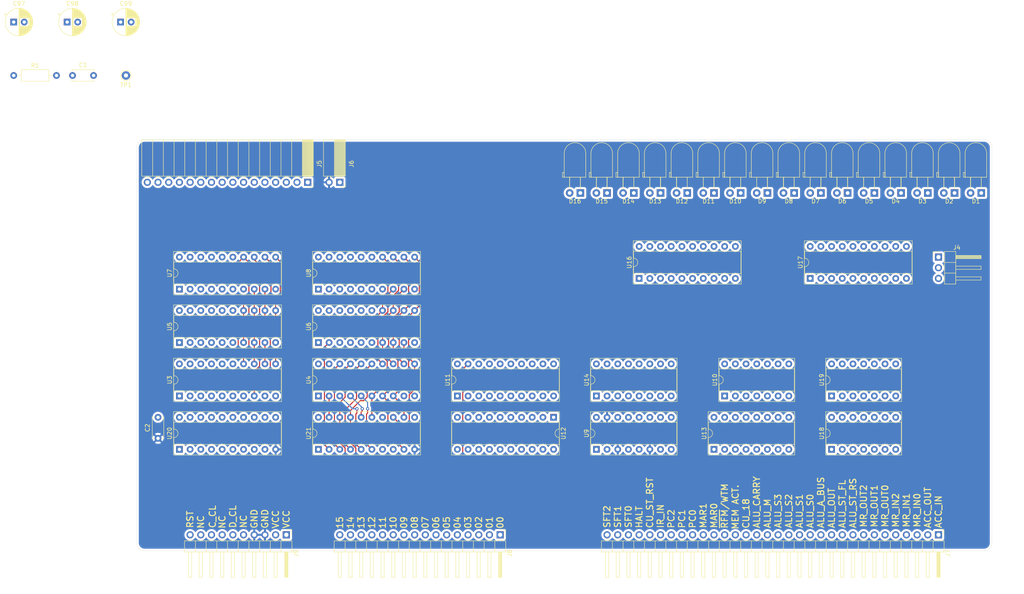
<source format=kicad_pcb>
(kicad_pcb (version 20221018) (generator pcbnew)
  (layers (0 "F.Cu" signal) (31 "B.Cu" signal) (34 "B.Paste" user) (35 "F.Paste" user) (36 "B.SilkS" user "B.Silkscreen") (37 "F.SilkS" user "F.Silkscreen") (38 "B.Mask" user) (39 "F.Mask" user) (44 "Edge.Cuts" user))
  (net 0 "")
  (net 1 "VCC")
  (net 2 "GND")
  (net 63 "/LEFT_LSB")
  (net 65 "/RIGHT_MSB")
  (net 66 "/~{EITHER_ROTATE}")
  (net 71 "/~{ROT_RIGHT_OUT}")
  (net 72 "/~{ROT_LEFT_OUT}")
  (net 78 "/~{POPPED_BIT_OUT}")
  (net 79 "/~{SHIFT_RIGHT_OUT}")
  (net 80 "/~{SHIFT_LEFT_OUT}")
  (net 81 "/~{STRAIGHT_OUT}")
  (net 82 "/~{IN}")
  (net 87 "/~{EITHER_LEFT}")
  (net 88 "/~{EITHER_RIGHT}")
  (net 89 "/~{EITHER_LEFT_OR_EITHER_RIGHT}")
  (net 90 "Net-(U11-Cp)")
  (net 93 "/POPPED_BIT")
  (net 94 "/DATA_CLK")
  (net 95 "Net-(U18-Pad2)")
  (net 96 "Net-(U18-Pad12)")
  (net 97 "Net-(U18-Pad13)")
  (net 98 "Net-(U18-Pad10)")
  (net 99 "Net-(U20-CP)")
  (net 208 "/BUS_15")
  (net 209 "/BUS_14")
  (net 210 "/BUS_13")
  (net 211 "/BUS_12")
  (net 212 "/BUS_11")
  (net 213 "/BUS_10")
  (net 214 "/BUS_9")
  (net 215 "/BUS_8")
  (net 216 "/BUS_7")
  (net 217 "/BUS_6")
  (net 218 "/BUS_5")
  (net 219 "/BUS_4")
  (net 220 "/BUS_3")
  (net 221 "/BUS_2")
  (net 222 "/BUS_1")
  (net 223 "/BUS_0")
  (net 224 "/CNTNT_7")
  (net 225 "/CNTNT_6")
  (net 226 "/CNTNT_5")
  (net 227 "/CNTNT_4")
  (net 228 "/CNTNT_3")
  (net 229 "/CNTNT_2")
  (net 230 "/CNTNT_1")
  (net 231 "/CNTNT_0")
  (net 232 "/CNTNT_15")
  (net 233 "/CNTNT_14")
  (net 234 "/CNTNT_13")
  (net 235 "/CNTNT_12")
  (net 236 "/CNTNT_11")
  (net 237 "/CNTNT_10")
  (net 238 "/CNTNT_9")
  (net 239 "/CNTNT_8")
  (footprint "Package_DIP:DIP-20_W7.62mm_Socket" (layer "F.Cu") (at 149.86 116.84 -90)
    (fp_text reference "U12")
    (fp_text value "74HC574")
  )
  (footprint "sixteen-bit-computer:LED_D5.0mm_Horizontal_O3.81mm_Z3.0mm" (layer "F.Cu") (at 175.26 63.5 180)
    (fp_text reference "D13")
    (fp_text value "LED")
  )
  (footprint "sixteen-bit-computer:LED_D5.0mm_Horizontal_O3.81mm_Z3.0mm" (layer "F.Cu") (at 219.71 63.5 180)
    (fp_text reference "D6")
    (fp_text value "LED")
  )
  (footprint "Capacitor_THT:C_Disc_D5.0mm_W2.5mm_P5.00mm" (layer "F.Cu") (at 35.56 35.56)
    (fp_text reference "C1")
    (fp_text value "C")
  )
  (footprint "sixteen-bit-computer:LED_D5.0mm_Horizontal_O3.81mm_Z3.0mm" (layer "F.Cu") (at 245.11 63.5 180)
    (fp_text reference "D2")
    (fp_text value "LED")
  )
  (footprint "Capacitor_THT:C_Disc_D5.0mm_W2.5mm_P5.00mm" (layer "F.Cu") (at 55.88 121.84 90)
    (fp_text reference "C2")
    (fp_text value "C")
  )
  (footprint "sixteen-bit-computer:backplane-connector-single-row-annotated" (layer "F.Cu") (at 241.3 144.78 -90)
    (fp_text reference "J7")
    (fp_text value "Control_signal_backplane")
  )
  (footprint "Package_DIP:DIP-20_W7.62mm_Socket" (layer "F.Cu") (at 127 111.76 90)
    (fp_text reference "U11")
    (fp_text value "74HC574")
  )
  (footprint "Package_DIP:DIP-20_W7.62mm_Socket" (layer "F.Cu") (at 93.98 124.46 90)
    (fp_text reference "U21")
    (fp_text value "74HC377")
  )
  (footprint "sixteen-bit-computer:LED_D5.0mm_Horizontal_O3.81mm_Z3.0mm" (layer "F.Cu") (at 168.91 63.5 180)
    (fp_text reference "D14")
    (fp_text value "LED")
  )
  (footprint "Resistor_THT:R_Axial_DIN0207_L6.3mm_D2.5mm_P10.16mm_Horizontal" (layer "F.Cu") (at 21.59 35.56)
    (fp_text reference "R1")
    (fp_text value "R_US")
  )
  (footprint "sixteen-bit-computer:LED_D5.0mm_Horizontal_O3.81mm_Z3.0mm" (layer "F.Cu") (at 213.36 63.5 180)
    (fp_text reference "D7")
    (fp_text value "LED")
  )
  (footprint "sixteen-bit-computer:LED_D5.0mm_Horizontal_O3.81mm_Z3.0mm" (layer "F.Cu") (at 238.76 63.5 180)
    (fp_text reference "D3")
    (fp_text value "LED")
  )
  (footprint "Capacitor_THT:CP_Radial_D6.3mm_P2.50mm" (layer "F.Cu") (at 21.59 22.86)
    (fp_text reference "C97")
    (fp_text value "C_Polarized")
  )
  (footprint "Connector_PinSocket_2.54mm:PinSocket_1x02_P2.54mm_Horizontal" (layer "F.Cu") (at 99.06 60.96 -90)
    (fp_text reference "J6")
    (fp_text value "Conn_01x02_Socket")
  )
  (footprint "Package_DIP:DIP-16_W7.62mm_Socket" (layer "F.Cu") (at 160.02 124.46 90)
    (fp_text reference "U9")
    (fp_text value "74HC157")
  )
  (footprint "Package_DIP:DIP-20_W7.62mm_Socket" (layer "F.Cu") (at 93.98 111.76 90)
    (fp_text reference "U4")
    (fp_text value "74HC245")
  )
  (footprint "Package_DIP:DIP-14_W7.62mm_Socket" (layer "F.Cu") (at 215.9 111.76 90)
    (fp_text reference "U19")
    (fp_text value "74HC00")
  )
  (footprint "sixteen-bit-computer:LED_D5.0mm_Horizontal_O3.81mm_Z3.0mm" (layer "F.Cu") (at 194.31 63.5 180)
    (fp_text reference "D10")
    (fp_text value "LED")
  )
  (footprint "sixteen-bit-computer:LED_D5.0mm_Horizontal_O3.81mm_Z3.0mm" (layer "F.Cu") (at 226.06 63.5 180)
    (fp_text reference "D5")
    (fp_text value "LED")
  )
  (footprint "sixteen-bit-computer:LED_D5.0mm_Horizontal_O3.81mm_Z3.0mm" (layer "F.Cu") (at 207.01 63.5 180)
    (fp_text reference "D8")
    (fp_text value "LED")
  )
  (footprint "Connector_PinHeader_2.54mm:PinHeader_1x03_P2.54mm_Horizontal" (layer "F.Cu") (at 241.3 78.74)
    (fp_text reference "J4")
    (fp_text value "Conn_01x03_Pin")
  )
  (footprint "sixteen-bit-computer:LED_D5.0mm_Horizontal_O3.81mm_Z3.0mm" (layer "F.Cu") (at 162.56 63.5 180)
    (fp_text reference "D15")
    (fp_text value "LED")
  )
  (footprint "Package_DIP:DIP-20_W7.62mm_Socket" (layer "F.Cu") (at 210.82 83.82 90)
    (fp_text reference "U17")
    (fp_text value "74HC245")
  )
  (footprint "sixteen-bit-computer:LED_D5.0mm_Horizontal_O3.81mm_Z3.0mm" (layer "F.Cu") (at 232.41 63.5 180)
    (fp_text reference "D4")
    (fp_text value "LED")
  )
  (footprint "Capacitor_THT:CP_Radial_D6.3mm_P2.50mm" (layer "F.Cu") (at 34.29 22.86)
    (fp_text reference "C98")
    (fp_text value "C_Polarized")
  )
  (footprint "sixteen-bit-computer:LED_D5.0mm_Horizontal_O3.81mm_Z3.0mm" (layer "F.Cu") (at 251.46 63.5 180)
    (fp_text reference "D1")
    (fp_text value "LED")
  )
  (footprint "Package_DIP:DIP-16_W7.62mm_Socket" (layer "F.Cu") (at 160.02 111.76 90)
    (fp_text reference "U14")
    (fp_text value "74HC157")
  )
  (footprint "Package_DIP:DIP-14_W7.62mm_Socket" (layer "F.Cu") (at 190.5 111.76 90)
    (fp_text reference "U10")
    (fp_text value "74HC08")
  )
  (footprint "Connector_PinSocket_2.54mm:PinSocket_1x16_P2.54mm_Horizontal" (layer "F.Cu") (at 91.44 60.96 -90)
    (fp_text reference "J5")
    (fp_text value "Conn_01x16_Socket")
  )
  (footprint "Package_DIP:DIP-20_W7.62mm_Socket" (layer "F.Cu") (at 170.18 83.82 90)
    (fp_text reference "U16")
    (fp_text value "74HC245")
  )
  (footprint "Package_DIP:DIP-20_W7.62mm_Socket" (layer "F.Cu") (at 60.96 99.06 90)
    (fp_text reference "U5")
    (fp_text value "74HC245")
  )
  (footprint "Capacitor_THT:CP_Radial_D6.3mm_P2.50mm" (layer "F.Cu") (at 46.99 22.86)
    (fp_text reference "C99")
    (fp_text value "C_Polarized")
  )
  (footprint "sixteen-bit-computer:LED_D5.0mm_Horizontal_O3.81mm_Z3.0mm" (layer "F.Cu") (at 200.66 63.5 180)
    (fp_text reference "D9")
    (fp_text value "LED")
  )
  (footprint "Connector_Pin:Pin_D1.0mm_L10.0mm" (layer "F.Cu") (at 48.26 35.56)
    (fp_text reference "TP1")
    (fp_text value "TestPoint")
  )
  (footprint "Package_DIP:DIP-20_W7.62mm_Socket" (layer "F.Cu") (at 60.96 124.46 90)
    (fp_text reference "U20")
    (fp_text value "74HC377")
  )
  (footprint "Package_DIP:DIP-20_W7.62mm_Socket" (layer "F.Cu") (at 93.98 99.06 90)
    (fp_text reference "U6")
    (fp_text value "74HC245")
  )
  (footprint "sixteen-bit-computer:bus-connection" (layer "F.Cu") (at 137.16 144.78 -90)
    (fp_text reference "J8")
    (fp_text value "Bus_connection")
  )
  (footprint "sixteen-bit-computer:LED_D5.0mm_Horizontal_O3.81mm_Z3.0mm" (layer "F.Cu") (at 187.96 63.5 180)
    (fp_text reference "D11")
    (fp_text value "LED")
  )
  (footprint "Package_DIP:DIP-14_W7.62mm_Socket" (layer "F.Cu") (at 215.9 124.46 90)
    (fp_text reference "U18")
    (fp_text value "74HC02")
  )
  (footprint "Package_DIP:DIP-16_W7.62mm_Socket" (layer "F.Cu") (at 187.96 124.46 90)
    (fp_text reference "U13")
    (fp_text value "74HC138")
  )
  (footprint "sixteen-bit-computer:LED_D5.0mm_Horizontal_O3.81mm_Z3.0mm" (layer "F.Cu") (at 156.21 63.5 180)
    (fp_text reference "D16")
    (fp_text value "LED")
  )
  (footprint "Package_DIP:DIP-20_W7.62mm_Socket" (layer "F.Cu") (at 60.96 111.76 90)
    (fp_text reference "U3")
    (fp_text value "74HC245")
  )
  (footprint "sixteen-bit-computer:aux-connection" (layer "F.Cu") (at 86.36 144.78 -90)
    (fp_text reference "J9")
    (fp_text value "Aux_connection")
  )
  (footprint "sixteen-bit-computer:LED_D5.0mm_Horizontal_O3.81mm_Z3.0mm" (layer "F.Cu") (at 181.61 63.5 180)
    (fp_text reference "D12")
    (fp_text value "LED")
  )
  (footprint "Package_DIP:DIP-20_W7.62mm_Socket" (layer "F.Cu") (at 60.96 86.36 90)
    (fp_text reference "U7")
    (fp_text value "74HC245")
  )
  (footprint "Package_DIP:DIP-20_W7.62mm_Socket" (layer "F.Cu") (at 93.98 86.36 90)
    (fp_text reference "U8")
    (fp_text value "74HC245")
  )
  (gr_line (start 52.705 148.59) (end 252.095 148.59) (stroke (width 0.05)) (layer "Edge.Cuts"))
  (gr_arc (start 52.705 148.59) (mid 51.357962 148.032038) (end 50.8 146.685) (stroke (width 0.05)) (layer "Edge.Cuts"))
  (gr_line (start 50.8 52.705) (end 50.8 146.685) (stroke (width 0.05)) (layer "Edge.Cuts"))
  (gr_arc (start 254 146.685) (mid 253.442038 148.032038) (end 252.095 148.59) (stroke (width 0.05)) (layer "Edge.Cuts"))
  (gr_arc (start 50.8 52.705) (mid 51.357962 51.357962) (end 52.705 50.8) (stroke (width 0.05)) (layer "Edge.Cuts"))
  (gr_line (start 252.095 50.8) (end 52.705 50.8) (stroke (width 0.05)) (layer "Edge.Cuts"))
  (gr_arc (start 252.095 50.8) (mid 253.442038 51.357962) (end 254 52.705) (stroke (width 0.05)) (layer "Edge.Cuts"))
  (gr_line (start 254 146.685) (end 254 52.705) (stroke (width 0.05)) (layer "Edge.Cuts"))
  (segment (start 92.71 74.676) (end 102.87 74.676) (width 0.254) (layer "F.Cu") (net 0))
  (segment (start 179.07 90.678) (end 168.91 90.678) (width 0.254) (layer "F.Cu") (net 0))
  (segment (start 93.218 130.81) (end 103.378 130.81) (width 0.254) (layer "F.Cu") (net 0))
  (segment (start 144.78 99.314) (end 134.62 99.314) (width 0.254) (layer "F.Cu") (net 0))
  (segment (start 144.78 97.79) (end 134.62 97.79) (width 0.254) (layer "F.Cu") (net 0))
  (segment (start 92.71 73.914) (end 102.87 73.914) (width 0.254) (layer "F.Cu") (net 0))
  (segment (start 144.78 95.504) (end 134.62 95.504) (width 0.254) (layer "F.Cu") (net 0))
  (segment (start 124.714 87.63) (end 124.714 77.47) (width 0.254) (layer "F.Cu") (net 0))
  (segment (start 179.07 96.774) (end 168.91 96.774) (width 0.254) (layer "F.Cu") (net 0))
  (segment (start 144.78 97.028) (end 134.62 97.028) (width 0.254) (layer "F.Cu") (net 0))
  (segment (start 93.218 136.906) (end 103.378 136.906) (width 0.254) (layer "F.Cu") (net 0))
  (segment (start 92.71 66.294) (end 102.87 66.294) (width 0.254) (layer "F.Cu") (net 0))
  (segment (start 92.71 67.056) (end 102.87 67.056) (width 0.254) (layer "F.Cu") (net 0))
  (segment (start 179.07 93.726) (end 168.91 93.726) (width 0.254) (layer "F.Cu") (net 0))
  (segment (start 179.07 89.154) (end 168.91 89.154) (width 0.254) (layer "F.Cu") (net 0))
  (segment (start 221.488 93.472) (end 211.328 93.472) (width 0.254) (layer "F.Cu") (net 0))
  (segment (start 179.07 94.488) (end 168.91 94.488) (width 0.254) (layer "F.Cu") (net 0))
  (segment (start 179.07 95.25) (end 168.91 95.25) (width 0.254) (layer "F.Cu") (net 0))
  (segment (start 93.218 137.668) (end 103.378 137.668) (width 0.254) (layer "F.Cu") (net 0))
  (segment (start 144.78 101.6) (end 134.62 101.6) (width 0.254) (layer "F.Cu") (net 0))
  (segment (start 128.524 87.63) (end 128.524 77.47) (width 0.254) (layer "F.Cu") (net 0))
  (segment (start 92.71 65.532) (end 102.87 65.532) (width 0.254) (layer "F.Cu") (net 0))
  (segment (start 144.78 92.456) (end 134.62 92.456) (width 0.254) (layer "F.Cu") (net 0))
  (segment (start 221.488 96.52) (end 211.328 96.52) (width 0.254) (layer "F.Cu") (net 0))
  (segment (start 93.218 129.286) (end 103.378 129.286) (width 0.254) (layer "F.Cu") (net 0))
  (segment (start 144.78 90.932) (end 134.62 90.932) (width 0.254) (layer "F.Cu") (net 0))
  (segment (start 127 87.63) (end 127 77.47) (width 0.254) (layer "F.Cu") (net 0))
  (segment (start 93.218 128.524) (end 103.378 128.524) (width 0.254) (layer "F.Cu") (net 0))
  (segment (start 179.07 97.536) (end 168.91 97.536) (width 0.254) (layer "F.Cu") (net 0))
  (segment (start 92.71 64.77) (end 102.87 64.77) (width 0.254) (layer "F.Cu") (net 0))
  (segment (start 221.488 89.662) (end 211.328 89.662) (width 0.254) (layer "F.Cu") (net 0))
  (segment (start 93.218 133.858) (end 103.378 133.858) (width 0.254) (layer "F.Cu") (net 0))
  (segment (start 92.71 76.2) (end 102.87 76.2) (width 0.254) (layer "F.Cu") (net 0))
  (segment (start 92.71 70.866) (end 102.87 70.866) (width 0.254) (layer "F.Cu") (net 0))
  (segment (start 93.218 134.62) (end 103.378 134.62) (width 0.254) (layer "F.Cu") (net 0))
  (segment (start 92.71 67.818) (end 102.87 67.818) (width 0.254) (layer "F.Cu") (net 0))
  (segment (start 92.71 71.628) (end 102.87 71.628) (width 0.254) (layer "F.Cu") (net 0))
  (segment (start 93.218 133.096) (end 103.378 133.096) (width 0.254) (layer "F.Cu") (net 0))
  (segment (start 144.78 91.694) (end 134.62 91.694) (width 0.254) (layer "F.Cu") (net 0))
  (segment (start 221.488 88.138) (end 211.328 88.138) (width 0.254) (layer "F.Cu") (net 0))
  (segment (start 221.488 91.186) (end 211.328 91.186) (width 0.254) (layer "F.Cu") (net 0))
  (segment (start 123.19 87.63) (end 123.19 77.47) (width 0.254) (layer "F.Cu") (net 0))
  (segment (start 144.78 98.552) (end 134.62 98.552) (width 0.254) (layer "F.Cu") (net 0))
  (segment (start 179.07 96.012) (end 168.91 96.012) (width 0.254) (layer "F.Cu") (net 0))
  (segment (start 92.71 73.152) (end 102.87 73.152) (width 0.254) (layer "F.Cu") (net 0))
  (segment (start 122.428 87.63) (end 122.428 77.47) (width 0.254) (layer "F.Cu") (net 0))
  (segment (start 93.218 135.382) (end 103.378 135.382) (width 0.254) (layer "F.Cu") (net 0))
  (segment (start 179.07 88.392) (end 168.91 88.392) (width 0.254) (layer "F.Cu") (net 0))
  (segment (start 93.218 130.048) (end 103.378 130.048) (width 0.254) (layer "F.Cu") (net 0))
  (segment (start 125.476 87.63) (end 125.476 77.47) (width 0.254) (layer "F.Cu") (net 0))
  (segment (start 221.488 90.424) (end 211.328 90.424) (width 0.254) (layer "F.Cu") (net 0))
  (segment (start 92.71 68.58) (end 102.87 68.58) (width 0.254) (layer "F.Cu") (net 0))
  (segment (start 144.78 100.076) (end 134.62 100.076) (width 0.254) (layer "F.Cu") (net 0))
  (segment (start 144.78 93.98) (end 134.62 93.98) (width 0.254) (layer "F.Cu") (net 0))
  (segment (start 144.78 94.742) (end 134.62 94.742) (width 0.254) (layer "F.Cu") (net 0))
  (segment (start 133.858 87.63) (end 133.858 77.47) (width 0.254) (layer "F.Cu") (net 0))
  (segment (start 130.81 87.63) (end 130.81 77.47) (width 0.254) (layer "F.Cu") (net 0))
  (segment (start 131.572 87.63) (end 131.572 77.47) (width 0.254) (layer "F.Cu") (net 0))
  (segment (start 221.488 95.758) (end 211.328 95.758) (width 0.254) (layer "F.Cu") (net 0))
  (segment (start 144.78 100.838) (end 134.62 100.838) (width 0.254) (layer "F.Cu") (net 0))
  (segment (start 144.78 93.218) (end 134.62 93.218) (width 0.254) (layer "F.Cu") (net 0))
  (segment (start 123.952 87.63) (end 123.952 77.47) (width 0.254) (layer "F.Cu") (net 0))
  (segment (start 221.488 98.806) (end 211.328 98.806) (width 0.254) (layer "F.Cu") (net 0))
  (segment (start 93.218 138.43) (end 103.378 138.43) (width 0.254) (layer "F.Cu") (net 0))
  (segment (start 92.71 70.104) (end 102.87 70.104) (width 0.254) (layer "F.Cu") (net 0))
  (segment (start 179.07 87.63) (end 168.91 87.63) (width 0.254) (layer "F.Cu") (net 0))
  (segment (start 92.71 69.342) (end 102.87 69.342) (width 0.254) (layer "F.Cu") (net 0))
  (segment (start 179.07 92.202) (end 168.91 92.202) (width 0.254) (layer "F.Cu") (net 0))
  (segment (start 221.488 92.71) (end 211.328 92.71) (width 0.254) (layer "F.Cu") (net 0))
  (segment (start 92.71 75.438) (end 102.87 75.438) (width 0.254) (layer "F.Cu") (net 0))
  (segment (start 221.488 94.996) (end 211.328 94.996) (width 0.254) (layer "F.Cu") (net 0))
  (segment (start 93.218 127.762) (end 103.378 127.762) (width 0.254) (layer "F.Cu") (net 0))
  (segment (start 93.218 136.144) (end 103.378 136.144) (width 0.254) (layer "F.Cu") (net 0))
  (segment (start 179.07 92.964) (end 168.91 92.964) (width 0.254) (layer "F.Cu") (net 0))
  (segment (start 144.78 90.17) (end 134.62 90.17) (width 0.254) (layer "F.Cu") (net 0))
  (segment (start 93.218 139.192) (end 103.378 139.192) (width 0.254) (layer "F.Cu") (net 0))
  (segment (start 126.238 87.63) (end 126.238 77.47) (width 0.254) (layer "F.Cu") (net 0))
  (segment (start 221.488 97.282) (end 211.328 97.282) (width 0.254) (layer "F.Cu") (net 0))
  (segment (start 133.096 87.63) (end 133.096 77.47) (width 0.254) (layer "F.Cu") (net 0))
  (segment (start 127.762 87.63) (end 127.762 77.47) (width 0.254) (layer "F.Cu") (net 0))
  (segment (start 129.286 87.63) (end 129.286 77.47) (width 0.254) (layer "F.Cu") (net 0))
  (segment (start 221.488 88.9) (end 211.328 88.9) (width 0.254) (layer "F.Cu") (net 0))
  (segment (start 92.71 72.39) (end 102.87 72.39) (width 0.254) (layer "F.Cu") (net 0))
  (segment (start 132.334 87.63) (end 132.334 77.47) (width 0.254) (layer "F.Cu") (net 0))
  (segment (start 179.07 91.44) (end 168.91 91.44) (width 0.254) (layer "F.Cu") (net 0))
  (segment (start 130.048 87.63) (end 130.048 77.47) (width 0.254) (layer "F.Cu") (net 0))
  (segment (start 144.78 96.266) (end 134.62 96.266) (width 0.254) (layer "F.Cu") (net 0))
  (segment (start 221.488 91.948) (end 211.328 91.948) (width 0.254) (layer "F.Cu") (net 0))
  (segment (start 179.07 89.916) (end 168.91 89.916) (width 0.254) (layer "F.Cu") (net 0))
  (segment (start 221.488 94.234) (end 211.328 94.234) (width 0.254) (layer "F.Cu") (net 0))
  (segment (start 179.07 98.298) (end 168.91 98.298) (width 0.254) (layer "F.Cu") (net 0))
  (segment (start 221.488 87.376) (end 211.328 87.376) (width 0.254) (layer "F.Cu") (net 0))
  (segment (start 179.07 86.868) (end 168.91 86.868) (width 0.254) (layer "F.Cu") (net 0))
  (segment (start 221.488 98.044) (end 211.328 98.044) (width 0.254) (layer "F.Cu") (net 0))
  (segment (start 93.218 132.334) (end 103.378 132.334) (width 0.254) (layer "F.Cu") (net 90))
  (segment (start 93.218 131.572) (end 103.378 131.572) (width 0.254) (layer "F.Cu") (net 90))
  (segment (start 129.54 104.14) (end 128.27 105.41) (width 0.254) (layer "F.Cu") (net 208))
  (segment (start 128.27 105.41) (end 128.27 128.778) (width 0.254) (layer "F.Cu") (net 208))
  (segment (start 77.47 80.01) (end 76.2 78.74) (width 0.254) (layer "F.Cu") (net 212))
  (segment (start 74.93 101.092) (end 76.2 102.362) (width 0.254) (layer "F.Cu") (net 212))
  (segment (start 77.47 88.392) (end 77.47 80.01) (width 0.254) (layer "F.Cu") (net 212))
  (segment (start 76.2 91.44) (end 76.2 89.662) (width 0.254) (layer "F.Cu") (net 212))
  (segment (start 76.2 91.44) (end 76.2 94.742) (width 0.254) (layer "F.Cu") (net 212))
  (segment (start 74.93 80.01) (end 76.2 78.74) (width 0.254) (layer "F.Cu") (net 212))
  (segment (start 76.2 94.742) (end 74.93 96.012) (width 0.254) (layer "F.Cu") (net 212))
  (segment (start 76.2 89.662) (end 77.47 88.392) (width 0.254) (layer "F.Cu") (net 212))
  (segment (start 74.93 96.012) (end 74.93 101.092) (width 0.254) (layer "F.Cu") (net 212))
  (segment (start 76.2 102.362) (end 76.2 104.14) (width 0.254) (layer "F.Cu") (net 212))
  (segment (start 80.01 88.392) (end 80.01 80.620658) (width 0.254) (layer "F.Cu") (net 213))
  (segment (start 78.74 94.742) (end 78.74 91.44) (width 0.254) (layer "F.Cu") (net 213))
  (segment (start 78.74 104.14) (end 78.74 102.362) (width 0.254) (layer "F.Cu") (net 213))
  (segment (start 78.74 89.662) (end 80.01 88.392) (width 0.254) (layer "F.Cu") (net 213))
  (segment (start 78.74 91.44) (end 78.74 89.662) (width 0.254) (layer "F.Cu") (net 213))
  (segment (start 77.47 101.092) (end 77.47 96.012) (width 0.254) (layer "F.Cu") (net 213))
  (segment (start 77.47 96.012) (end 78.74 94.742) (width 0.254) (layer "F.Cu") (net 213))
  (segment (start 80.01 80.620658) (end 78.74 79.350658) (width 0.254) (layer "F.Cu") (net 213))
  (segment (start 78.74 79.350658) (end 78.74 78.74) (width 0.254) (layer "F.Cu") (net 213))
  (segment (start 78.74 102.362) (end 77.47 101.092) (width 0.254) (layer "F.Cu") (net 213))
  (segment (start 80.01 101.092) (end 81.28 102.362) (width 0.254) (layer "F.Cu") (net 214))
  (segment (start 81.28 102.362) (end 81.28 104.14) (width 0.254) (layer "F.Cu") (net 214))
  (segment (start 81.28 91.44) (end 81.28 94.742) (width 0.254) (layer "F.Cu") (net 214))
  (segment (start 81.28 91.44) (end 81.28 89.916) (width 0.254) (layer "F.Cu") (net 214))
  (segment (start 81.28 94.742) (end 80.01 96.012) (width 0.254) (layer "F.Cu") (net 214))
  (segment (start 82.7152 80.1752) (end 81.28 78.74) (width 0.254) (layer "F.Cu") (net 214))
  (segment (start 82.7152 88.4808) (end 82.7152 80.1752) (width 0.254) (layer "F.Cu") (net 214))
  (segment (start 80.01 96.012) (end 80.01 101.092) (width 0.254) (layer "F.Cu") (net 214))
  (segment (start 81.28 89.916) (end 82.7152 88.4808) (width 0.254) (layer "F.Cu") (net 214))
  (segment (start 83.82 104.14) (end 83.82 102.362) (width 0.254) (layer "F.Cu") (net 215))
  (segment (start 83.82 102.362) (end 82.55 101.092) (width 0.254) (layer "F.Cu") (net 215))
  (segment (start 84.9248 79.8448) (end 83.82 78.74) (width 0.254) (layer "F.Cu") (net 215))
  (segment (start 83.82 94.742) (end 83.82 91.44) (width 0.254) (layer "F.Cu") (net 215))
  (segment (start 82.55 96.012) (end 83.82 94.742) (width 0.254) (layer "F.Cu") (net 215))
  (segment (start 84.9248 88.3032) (end 84.9248 79.8448) (width 0.254) (layer "F.Cu") (net 215))
  (segment (start 82.55 101.092) (end 82.55 96.012) (width 0.254) (layer "F.Cu") (net 215))
  (segment (start 83.82 91.44) (end 83.82 89.408) (width 0.254) (layer "F.Cu") (net 215))
  (segment (start 83.82 89.408) (end 84.9248 88.3032) (width 0.254) (layer "F.Cu") (net 215))
  (segment (start 97.79 105.41) (end 99.06 104.14) (width 0.254) (layer "F.Cu") (net 216))
  (segment (start 97.79 123.19) (end 97.79 105.41) (width 0.254) (layer "F.Cu") (net 216))
  (segment (start 99.06 124.46) (end 97.79 123.19) (width 0.254) (layer "F.Cu") (net 216))
  (segment (start 99.06 116.84) (end 99.06 122.897576) (width 0.254) (layer "F.Cu") (net 217))
  (segment (start 99.06 116.84) (end 99.06 113.322424) (width 0.254) (layer "F.Cu") (net 217))
  (segment (start 99.06 113.322424) (end 100.33 112.052424) (width 0.254) (layer "F.Cu") (net 217))
  (segment (start 100.33 105.41) (end 101.6 104.14) (width 0.254) (layer "F.Cu") (net 217))
  (segment (start 100.33 112.052424) (end 100.33 105.41) (width 0.254) (layer "F.Cu") (net 217))
  (segment (start 100.33 124.167576) (end 100.33 126.238) (width 0.254) (layer "F.Cu") (net 217))
  (segment (start 99.06 122.897576) (end 100.33 124.167576) (width 0.254) (layer "F.Cu") (net 217))
  (segment (start 103.0352 112.3568) (end 103.0352 105.2448) (width 0.254) (layer "F.Cu") (net 218))
  (segment (start 101.6 124.46) (end 100.33 123.19) (width 0.254) (layer "F.Cu") (net 218))
  (segment (start 100.33 115.062) (end 103.0352 112.3568) (width 0.254) (layer "F.Cu") (net 218))
  (segment (start 100.33 123.19) (end 100.33 115.062) (width 0.254) (layer "F.Cu") (net 218))
  (segment (start 103.0352 105.2448) (end 104.14 104.14) (width 0.254) (layer "F.Cu") (net 218))
  (segment (start 105.5752 105.2448) (end 106.68 104.14) (width 0.254) (layer "F.Cu") (net 219))
  (segment (start 103.948543 112.8648) (end 104.7244 112.8648) (width 0.254) (layer "F.Cu") (net 219))
  (segment (start 101.6 116.84) (end 101.6 115.213343) (width 0.254) (layer "F.Cu") (net 219))
  (segment (start 101.6 122.897576) (end 102.87 124.167576) (width 0.254) (layer "F.Cu") (net 219))
  (segment (start 101.6 116.84) (end 101.6 122.897576) (width 0.254) (layer "F.Cu") (net 219))
  (segment (start 101.6 115.213343) (end 103.948543 112.8648) (width 0.254) (layer "F.Cu") (net 219))
  (segment (start 102.87 124.167576) (end 102.87 126.238) (width 0.254) (layer "F.Cu") (net 219))
  (segment (start 104.7244 112.8648) (end 105.5752 112.014) (width 0.254) (layer "F.Cu") (net 219))
  (segment (start 105.5752 112.014) (end 105.5752 105.2448) (width 0.254) (layer "F.Cu") (net 219))
  (segment (start 110.49 87.019342) (end 109.22 88.289342) (width 0.254) (layer "F.Cu") (net 220))
  (segment (start 108.1152 103.0352) (end 108.1152 92.5448) (width 0.254) (layer "F.Cu") (net 220))
  (segment (start 109.22 104.14) (end 108.1152 103.0352) (width 0.254) (layer "F.Cu") (net 220))
  (segment (start 109.22 78.74) (end 110.49 80.01) (width 0.254) (layer "F.Cu") (net 220))
  (segment (start 108.1152 92.5448) (end 109.22 91.44) (width 0.254) (layer "F.Cu") (net 220))
  (segment (start 109.22 88.289342) (end 109.22 91.44) (width 0.254) (layer "F.Cu") (net 220))
  (segment (start 110.49 80.01) (end 110.49 87.019342) (width 0.254) (layer "F.Cu") (net 220))
  (segment (start 111.76 91.44) (end 111.76 87.922424) (width 0.254) (layer "F.Cu") (net 221))
  (segment (start 110.6552 103.0352) (end 110.6552 92.5448) (width 0.254) (layer "F.Cu") (net 221))
  (segment (start 110.6552 92.5448) (end 111.76 91.44) (width 0.254) (layer "F.Cu") (net 221))
  (segment (start 113.03 86.652424) (end 113.03 80.01) (width 0.254) (layer "F.Cu") (net 221))
  (segment (start 111.76 104.14) (end 110.6552 103.0352) (width 0.254) (layer "F.Cu") (net 221))
  (segment (start 111.76 87.922424) (end 113.03 86.652424) (width 0.254) (layer "F.Cu") (net 221))
  (segment (start 113.03 80.01) (end 111.76 78.74) (width 0.254) (layer "F.Cu") (net 221))
  (segment (start 114.3 91.44) (end 115.4048 90.3352) (width 0.254) (layer "F.Cu") (net 222))
  (segment (start 115.4048 79.8448) (end 114.3 78.74) (width 0.254) (layer "F.Cu") (net 222))
  (segment (start 114.3 104.14) (end 113.1952 103.0352) (width 0.254) (layer "F.Cu") (net 222))
  (segment (start 113.1952 103.0352) (end 113.1952 92.5448) (width 0.254) (layer "F.Cu") (net 222))
  (segment (start 115.4048 90.3352) (end 115.4048 79.8448) (width 0.254) (layer "F.Cu") (net 222))
  (segment (start 113.1952 92.5448) (end 114.3 91.44) (width 0.254) (layer "F.Cu") (net 222))
  (segment (start 115.4048 102.7048) (end 115.4048 92.8752) (width 0.254) (layer "F.Cu") (net 223))
  (segment (start 116.84 91.44) (end 117.9448 90.3352) (width 0.254) (layer "F.Cu") (net 223))
  (segment (start 117.9448 90.3352) (end 117.9448 79.8448) (width 0.254) (layer "F.Cu") (net 223))
  (segment (start 115.57 111.467576) (end 116.84 110.197576) (width 0.254) (layer "F.Cu") (net 223))
  (segment (start 111.76 116.84) (end 113.792 118.872) (width 0.254) (layer "F.Cu") (net 223))
  (segment (start 113.792 118.872) (end 115.316 118.872) (width 0.254) (layer "F.Cu") (net 223))
  (segment (start 115.316 118.872) (end 115.57 118.618) (width 0.254) (layer "F.Cu") (net 223))
  (segment (start 116.84 104.14) (end 115.4048 102.7048) (width 0.254) (layer "F.Cu") (net 223))
  (segment (start 115.57 118.618) (end 115.57 111.467576) (width 0.254) (layer "F.Cu") (net 223))
  (segment (start 117.9448 79.8448) (end 116.84 78.74) (width 0.254) (layer "F.Cu") (net 223))
  (segment (start 115.4048 92.8752) (end 116.84 91.44) (width 0.254) (layer "F.Cu") (net 223))
  (segment (start 116.84 110.197576) (end 116.84 104.14) (width 0.254) (layer "F.Cu") (net 223))
  (segment (start 95.4152 100.1648) (end 96.52 99.06) (width 0.254) (layer "F.Cu") (net 224))
  (segment (start 96.52 124.46) (end 95.4152 123.3552) (width 0.254) (layer "F.Cu") (net 224))
  (segment (start 95.4152 123.3552) (end 95.4152 100.1648) (width 0.254) (layer "F.Cu") (net 224))
  (segment (start 96.52 116.84) (end 96.52 111.76) (width 0.254) (layer "F.Cu") (net 225))
  (segment (start 103.124 115.824) (end 102.87 116.078) (width 0.254) (layer "F.Cu") (net 226))
  (segment (start 103.124 114.808) (end 103.124 115.824) (width 0.254) (layer "F.Cu") (net 226))
  (segment (start 102.87 116.078) (end 102.87 123.19) (width 0.254) (layer "F.Cu") (net 226))
  (segment (start 102.87 123.19) (end 104.14 124.46) (width 0.254) (layer "F.Cu") (net 226))
  (via (at 103.124 114.808) (size 0.762) (drill 0.381) (layers "F.Cu" "B.Cu") (net 226))
  (segment (start 102.108 114.808) (end 99.06 111.76) (width 0.254) (layer "B.Cu") (net 226))
  (segment (start 103.124 114.808) (end 102.108 114.808) (width 0.254) (layer "B.Cu") (net 226))
  (segment (start 104.394 114.808) (end 104.394 115.316) (width 0.254) (layer "F.Cu") (net 227))
  (segment (start 104.14 115.57) (end 104.14 116.84) (width 0.254) (layer "F.Cu") (net 227))
  (segment (start 104.394 115.316) (end 104.14 115.57) (width 0.254) (layer "F.Cu") (net 227))
  (via (at 104.394 114.808) (size 0.762) (drill 0.381) (layers "F.Cu" "B.Cu") (net 227))
  (segment (start 104.394 114.554) (end 101.6 111.76) (width 0.254) (layer "B.Cu") (net 227))
  (segment (start 104.394 114.808) (end 104.394 114.554) (width 0.254) (layer "B.Cu") (net 227))
  (segment (start 105.41 123.19) (end 106.68 124.46) (width 0.254) (layer "F.Cu") (net 228))
  (segment (start 105.41 116.078) (end 105.41 123.19) (width 0.254) (layer "F.Cu") (net 228))
  (segment (start 105.664 115.824) (end 105.41 116.078) (width 0.254) (layer "F.Cu") (net 228))
  (segment (start 105.664 114.808) (end 105.664 115.824) (width 0.254) (layer "F.Cu") (net 228))
  (via (at 105.664 114.808) (size 0.762) (drill 0.381) (layers "F.Cu" "B.Cu") (net 228))
  (segment (start 105.664 114.808) (end 105.664 113.284) (width 0.254) (layer "B.Cu") (net 228))
  (segment (start 105.664 113.284) (end 104.14 111.76) (width 0.254) (layer "B.Cu") (net 228))
  (segment (start 106.68 116.84) (end 106.68 111.76) (width 0.254) (layer "F.Cu") (net 229))
  (segment (start 109.22 99.06) (end 109.22 93.002424) (width 0.254) (layer "F.Cu") (net 229))
  (segment (start 110.3248 108.1152) (end 110.3248 103.4668) (width 0.254) (layer "F.Cu") (net 229))
  (segment (start 110.49 91.732424) (end 110.49 87.63) (width 0.254) (layer "F.Cu") (net 229))
  (segment (start 106.68 111.76) (end 110.3248 108.1152) (width 0.254) (layer "F.Cu") (net 229))
  (segment (start 109.22 102.362) (end 109.22 99.06) (width 0.254) (layer "F.Cu") (net 229))
  (segment (start 110.3248 103.4668) (end 109.22 102.362) (width 0.254) (layer "F.Cu") (net 229))
  (segment (start 109.22 93.002424) (end 110.49 91.732424) (width 0.254) (layer "F.Cu") (net 229))
  (segment (start 110.49 87.63) (end 111.76 86.36) (width 0.254) (layer "F.Cu") (net 229))
  (segment (start 113.1952 87.4648) (end 114.3 86.36) (width 0.254) (layer "F.Cu") (net 230))
  (segment (start 110.49 113.03) (end 109.22 111.76) (width 0.254) (layer "F.Cu") (net 230))
  (segment (start 111.76 102.210658) (end 111.76 99.06) (width 0.254) (layer "F.Cu") (net 230))
  (segment (start 111.76 93.218) (end 113.1952 91.7828) (width 0.254) (layer "F.Cu") (net 230))
  (segment (start 113.1952 91.7828) (end 113.1952 87.4648) (width 0.254) (layer "F.Cu") (net 230))
  (segment (start 112.8648 103.315458) (end 111.76 102.210658) (width 0.254) (layer "F.Cu") (net 230))
  (segment (start 114.3 124.46) (end 110.49 120.65) (width 0.254) (layer "F.Cu") (net 230))
  (segment (start 110.49 120.65) (end 110.49 113.03) (width 0.254) (layer "F.Cu") (net 230))
  (segment (start 112.8648 108.1152) (end 112.8648 103.315458) (width 0.254) (layer "F.Cu") (net 230))
  (segment (start 111.76 99.06) (end 111.76 93.218) (width 0.254) (layer "F.Cu") (net 230))
  (segment (start 109.22 111.76) (end 112.8648 108.1152) (width 0.254) (layer "F.Cu") (net 230))
  (segment (start 114.3 116.84) (end 114.3 114.3) (width 0.254) (layer "F.Cu") (net 231))
  (segment (start 115.4048 108.1152) (end 115.4048 103.315458) (width 0.254) (layer "F.Cu") (net 231))
  (segment (start 115.4048 103.315458) (end 114.3 102.210658) (width 0.254) (layer "F.Cu") (net 231))
  (segment (start 111.76 111.76) (end 115.4048 108.1152) (width 0.254) (layer "F.Cu") (net 231))
  (segment (start 114.3 102.210658) (end 114.3 99.06) (width 0.254) (layer "F.Cu") (net 231))
  (segment (start 114.3 114.3) (end 111.76 111.76) (width 0.254) (layer "F.Cu") (net 231))
  (segment (start 78.74 88.392) (end 78.74 86.36) (width 0.254) (layer "F.Cu") (net 237))
  (segment (start 77.47 89.662) (end 78.74 88.392) (width 0.254) (layer "F.Cu") (net 237))
  (segment (start 76.2 99.06) (end 76.2 96.012) (width 0.254) (layer "F.Cu") (net 237))
  (segment (start 77.47 94.742) (end 77.47 89.662) (width 0.254) (layer "F.Cu") (net 237))
  (segment (start 76.2 96.012) (end 77.47 94.742) (width 0.254) (layer "F.Cu") (net 237))
  (segment (start 77.47 107.188) (end 80.01 104.648) (width 0.254) (layer "F.Cu") (net 238))
  (segment (start 78.74 99.06) (end 78.74 96.012) (width 0.254) (layer "F.Cu") (net 238))
  (segment (start 81.28 88.392) (end 81.28 86.36) (width 0.254) (layer "F.Cu") (net 238))
  (segment (start 80.01 104.648) (end 80.01 102.362) (width 0.254) (layer "F.Cu") (net 238))
  (segment (start 80.01 89.662) (end 81.28 88.392) (width 0.254) (layer "F.Cu") (net 238))
  (segment (start 77.47 110.49) (end 77.47 107.188) (width 0.254) (layer "F.Cu") (net 238))
  (segment (start 80.01 102.362) (end 78.74 101.092) (width 0.254) (layer "F.Cu") (net 238))
  (segment (start 80.01 94.742) (end 80.01 89.662) (width 0.254) (layer "F.Cu") (net 238))
  (segment (start 78.74 96.012) (end 80.01 94.742) (width 0.254) (layer "F.Cu") (net 238))
  (segment (start 78.74 101.092) (end 78.74 99.06) (width 0.254) (layer "F.Cu") (net 238))
  (segment (start 78.74 111.76) (end 78.74 108.966) (width 0.254) (layer "F.Cu") (net 239))
  (segment (start 82.55 105.156) (end 82.55 102.362) (width 0.254) (layer "F.Cu") (net 239))
  (segment (start 78.74 108.966) (end 82.55 105.156) (width 0.254) (layer "F.Cu") (net 239))
  (segment (start 82.55 102.362) (end 81.28 101.092) (width 0.254) (layer "F.Cu") (net 239))
  (segment (start 81.28 101.092) (end 81.28 99.06) (width 0.254) (layer "F.Cu") (net 239))
  (zone locked (net 2) (net_name "GND") (layer "B.Cu") (connect_pads (clearance 0.508)) (min_thickness 0.25) (fill yes (thermal_gap 0.5) (thermal_bridge_width 0.5))
    (polygon (pts (xy 43.18 44.45) (xy 43.18 156.21) (xy 261.62 156.21) (xy 261.62 44.45)))
  )
)
</source>
